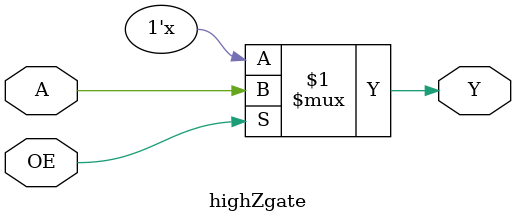
<source format=sv>
module highZgate (Y, OE, A);
  input wire A;
  input wire OE;
  output wire Y;
  
  assign Y = OE ? A : 1'bz;
	
endmodule

</source>
